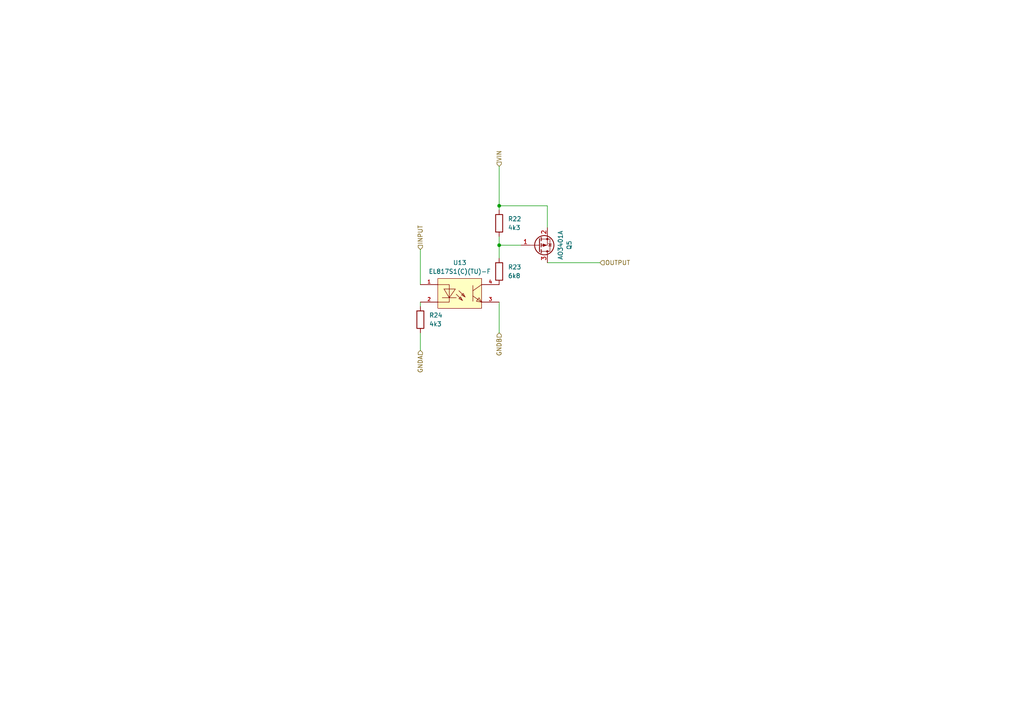
<source format=kicad_sch>
(kicad_sch (version 20211123) (generator eeschema)
  (paper "A4")
  (lib_symbols
    (symbol "0_JLCPCB_Symbols:EL817S1(C)(TU)-F" (pin_names hide)
      (property "Reference" "U" (at 0 1.27 0))
      (property "Value" "EL817S1(C)(TU)-F" (at 0 -2.54 0))
      (symbol "EL817S1(C)(TU)-F_0_0"
        (rectangle (start -7.62 -13.462) (end 5.08 -22.098) (fill (type background)))
        (polyline (pts (xy -2.286 -19.05) (xy -6.35 -19.05)))
        (polyline (pts (xy -2.286 -18.034) (xy -0.508 -19.812)))
        (polyline (pts (xy -1.524 -17.018) (xy 0.254 -18.796)))
        (polyline (pts (xy 2.54 -18.542) (xy 5.08 -20.32)))
        (polyline (pts (xy 2.54 -15.494) (xy 2.54 -20.066)))
        (polyline (pts (xy 5.08 -15.24) (xy 2.54 -17.018)))
        (polyline (pts (xy -7.62 -15.24) (xy -4.318 -15.24) (xy -4.318 -20.32) (xy -7.62 -20.32)))
        (polyline (pts (xy -5.842 -16.51) (xy -4.318 -19.05) (xy -2.54 -16.51) (xy -5.842 -16.51)) (fill (type background)))
        (polyline (pts (xy -0.508 -19.812) (xy -1.016 -18.796) (xy -1.524 -19.304) (xy -0.508 -19.812)) (fill (type background)))
        (polyline (pts (xy 0.254 -18.796) (xy -0.254 -17.78) (xy -0.762 -18.288) (xy 0.254 -18.796)) (fill (type background)))
        (polyline (pts (xy 5.08 -20.32) (xy 4.318 -19.05) (xy 3.556 -20.066) (xy 5.08 -20.32)) (fill (type background)))
        (pin unspecified line (at -12.7 -15.24 0) (length 5.08) (name "AN") (number "1"))
        (pin unspecified line (at -12.7 -20.32 0) (length 5.08) (name "CAT") (number "2"))
        (pin unspecified line (at 10.16 -20.32 180) (length 5.08) (name "EM") (number "3"))
        (pin unspecified line (at 10.16 -15.24 180) (length 5.08) (name "COL") (number "4"))
      )
    )
    (symbol "Device:R" (pin_numbers hide) (pin_names (offset 0))
      (property "Reference" "R" (at 2.032 0 90))
      (property "Value" "R" (at 0 0 90))
      (symbol "R_0_1"
        (rectangle (start -1.016 -2.54) (end 1.016 2.54) (stroke (width 0.254)))
      )
      (symbol "R_1_1"
        (pin passive line (at 0 3.81 270) (length 1.27) (name "~") (number "1"))
        (pin passive line (at 0 -3.81 90) (length 1.27) (name "~") (number "2"))
      )
    )
    (symbol "Transistor_FET:AO3401A" (pin_names hide)
      (property "Reference" "Q" (at 5.08 1.905 0))
      (property "Value" "AO3401A" (at 5.08 0 0))
      (symbol "AO3401A_0_1"
        (polyline (pts (xy 0.254 0) (xy -2.54 0)))
        (polyline (pts (xy 0.254 1.905) (xy 0.254 -1.905)) (stroke (width 0.254)))
        (polyline (pts (xy 0.762 -1.27) (xy 0.762 -2.286)) (stroke (width 0.254)))
        (polyline (pts (xy 0.762 0.508) (xy 0.762 -0.508)) (stroke (width 0.254)))
        (polyline (pts (xy 0.762 2.286) (xy 0.762 1.27)) (stroke (width 0.254)))
        (polyline (pts (xy 2.54 2.54) (xy 2.54 1.778)))
        (polyline (pts (xy 2.54 -2.54) (xy 2.54 0) (xy 0.762 0)))
        (polyline (pts (xy 0.762 1.778) (xy 3.302 1.778) (xy 3.302 -1.778) (xy 0.762 -1.778)))
        (polyline (pts (xy 2.286 0) (xy 1.27 0.381) (xy 1.27 -0.381) (xy 2.286 0)) (fill (type outline)))
        (polyline (pts (xy 2.794 -0.508) (xy 2.921 -0.381) (xy 3.683 -0.381) (xy 3.81 -0.254)))
        (polyline (pts (xy 3.302 -0.381) (xy 2.921 0.254) (xy 3.683 0.254) (xy 3.302 -0.381)))
        (circle (center 1.651 0) (radius 2.794) (stroke (width 0.254)))
        (circle (center 2.54 -1.778) (radius 0.254) (fill (type outline)))
        (circle (center 2.54 1.778) (radius 0.254) (fill (type outline)))
      )
      (symbol "AO3401A_1_1"
        (pin input line (at -5.08 0 0) (length 2.54) (name "G") (number "1"))
        (pin passive line (at 2.54 -5.08 90) (length 2.54) (name "S") (number "2"))
        (pin passive line (at 2.54 5.08 270) (length 2.54) (name "D") (number "3"))
      )
    )
  )
  (junction (at 144.78 71.12))
  (junction (at 144.78 59.69))
  (wire (pts (xy 121.92 72.39) (xy 121.92 82.55)))
  (wire (pts (xy 121.92 87.63) (xy 121.92 88.9)))
  (wire (pts (xy 144.78 59.69) (xy 144.78 60.96)))
  (wire (pts (xy 158.75 76.2) (xy 173.99 76.2)))
  (wire (pts (xy 121.92 96.52) (xy 121.92 101.6)))
  (wire (pts (xy 158.75 66.04) (xy 158.75 59.69)))
  (wire (pts (xy 144.78 48.26) (xy 144.78 59.69)))
  (wire (pts (xy 144.78 87.63) (xy 144.78 96.52)))
  (wire (pts (xy 144.78 74.93) (xy 144.78 71.12)))
  (wire (pts (xy 144.78 71.12) (xy 144.78 68.58)))
  (wire (pts (xy 158.75 59.69) (xy 144.78 59.69)))
  (wire (pts (xy 151.13 71.12) (xy 144.78 71.12)))
  (hierarchical_label "INPUT" (shape input) (at 121.92 72.39 90))
  (hierarchical_label "VIN" (shape input) (at 144.78 48.26 90))
  (hierarchical_label "OUTPUT" (shape input) (at 173.99 76.2 0))
  (hierarchical_label "GNDB" (shape input) (at 144.78 96.52 270))
  (hierarchical_label "GNDA" (shape input) (at 121.92 101.6 270))
  (symbol (lib_id "Device:R") (at 144.78 64.77 0) (unit 1)
    (property "Reference" "R22" (at 147.32 63.4999 0) (effects (justify left)))
    (property "Value" "4k3" (at 147.32 66.0399 0) (effects (justify left)))
    (property "Footprint" "Resistor_SMD:R_0603_1608Metric" (effects hide))
    (property "LCSC" "C23159" (effects hide))
  )
  (symbol (lib_id "Device:R") (at 121.92 92.71 0) (unit 1)
    (property "Reference" "R24" (at 124.46 91.4399 0) (effects (justify left)))
    (property "Value" "4k3" (at 124.46 93.9799 0) (effects (justify left)))
    (property "Footprint" "Resistor_SMD:R_0603_1608Metric" (effects hide))
    (property "LCSC" "C23159" (effects hide))
  )
  (symbol (lib_id "0_JLCPCB_Symbols:EL817S1(C)(TU)-F") (at 134.62 67.31 0) (unit 1)
    (property "Reference" "U13" (at 133.35 76.2 0))
    (property "Value" "EL817S1(C)(TU)-F" (at 133.35 78.74 0))
    (property "Footprint" "0_JLCPCB_Footprints:OPTO-SMD-4_L4.6-W6.5-P2.54-LS10.3-TL" (effects hide))
    (property "Datasheet" "https://item.szlcsc.com/407496.html" (effects hide))
    (property "LCSC" "C106900" (effects hide))
  )
  (symbol (lib_id "Transistor_FET:AO3401A") (at 156.21 71.12 0) (mirror x) (unit 1)
    (property "Reference" "Q5" (at 165.1 71.12 90))
    (property "Value" "AO3401A" (at 162.56 71.12 90))
    (property "Footprint" "Package_TO_SOT_SMD:SOT-23" (effects hide))
    (property "Datasheet" "http://www.aosmd.com/pdfs/datasheet/AO3401A.pdf" (effects hide))
    (property "LCSC" "C15127" (effects hide))
  )
  (symbol (lib_id "Device:R") (at 144.78 78.74 0) (unit 1)
    (property "Reference" "R23" (at 147.32 77.4699 0) (effects (justify left)))
    (property "Value" "6k8" (at 147.32 80.0099 0) (effects (justify left)))
    (property "Footprint" "Resistor_SMD:R_0603_1608Metric" (effects hide))
    (property "LCSC" "C23212" (effects hide))
  )
)
</source>
